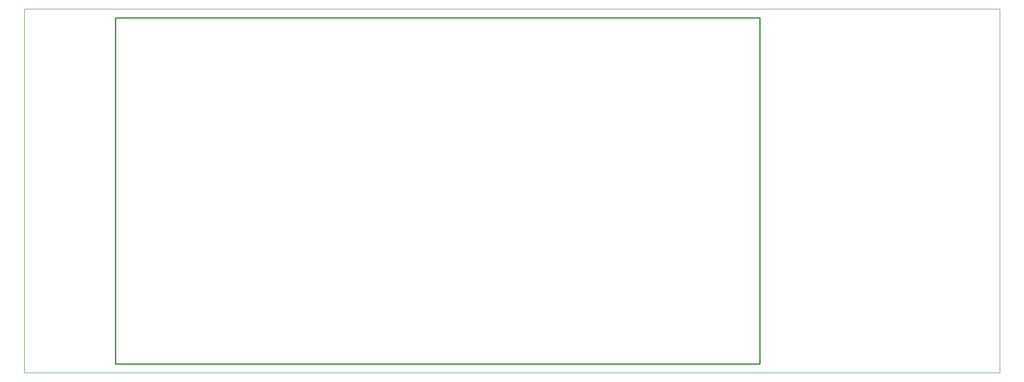
<source format=gko>
%FSTAX23Y23*%
%MOIN*%
%SFA1B1*%

%IPPOS*%
%ADD34C,0.010000*%
%ADD35C,0.001000*%
%LNcareboard_smd_ordered_kritikare-1*%
%LPD*%
G54D34*
X0065Y00063D02*
Y02539D01*
X0525*
X0065Y00063D02*
X0525D01*
Y02539*
G54D35*
X06963Y0D02*
Y026D01*
X0D02*
X06963D01*
X0Y0D02*
X06963D01*
X0D02*
Y026D01*
M02*
</source>
